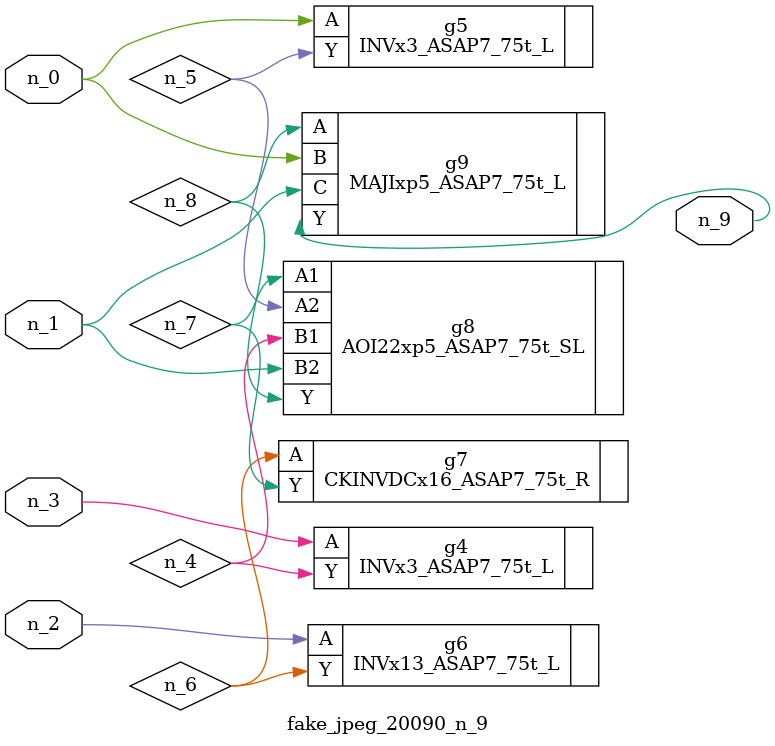
<source format=v>
module fake_jpeg_20090_n_9 (n_0, n_3, n_2, n_1, n_9);

input n_0;
input n_3;
input n_2;
input n_1;

output n_9;

wire n_4;
wire n_8;
wire n_6;
wire n_5;
wire n_7;

INVx3_ASAP7_75t_L g4 ( 
.A(n_3),
.Y(n_4)
);

INVx3_ASAP7_75t_L g5 ( 
.A(n_0),
.Y(n_5)
);

INVx13_ASAP7_75t_L g6 ( 
.A(n_2),
.Y(n_6)
);

CKINVDCx16_ASAP7_75t_R g7 ( 
.A(n_6),
.Y(n_7)
);

AOI22xp5_ASAP7_75t_SL g8 ( 
.A1(n_7),
.A2(n_5),
.B1(n_4),
.B2(n_1),
.Y(n_8)
);

MAJIxp5_ASAP7_75t_L g9 ( 
.A(n_8),
.B(n_0),
.C(n_1),
.Y(n_9)
);


endmodule
</source>
